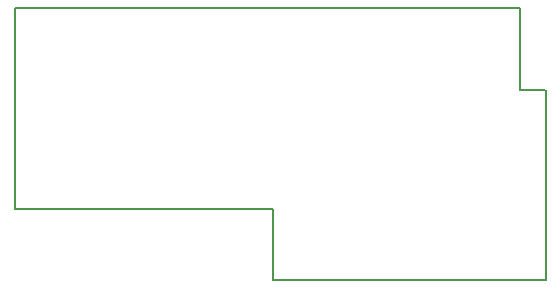
<source format=gko>
G04 Layer_Color=16711935*
%FSLAX25Y25*%
%MOIN*%
G70*
G01*
G75*
%ADD60C,0.00787*%
D60*
X-0Y-66732D02*
X197Y-66929D01*
X86221D01*
Y-90551D02*
Y-66929D01*
Y-90551D02*
X177165D01*
X-0Y-66732D02*
Y0D01*
X177165Y-90551D02*
Y-27067D01*
X-0Y0D02*
X168405D01*
X168504Y-27067D02*
Y0D01*
Y-27067D02*
X176969D01*
M02*

</source>
